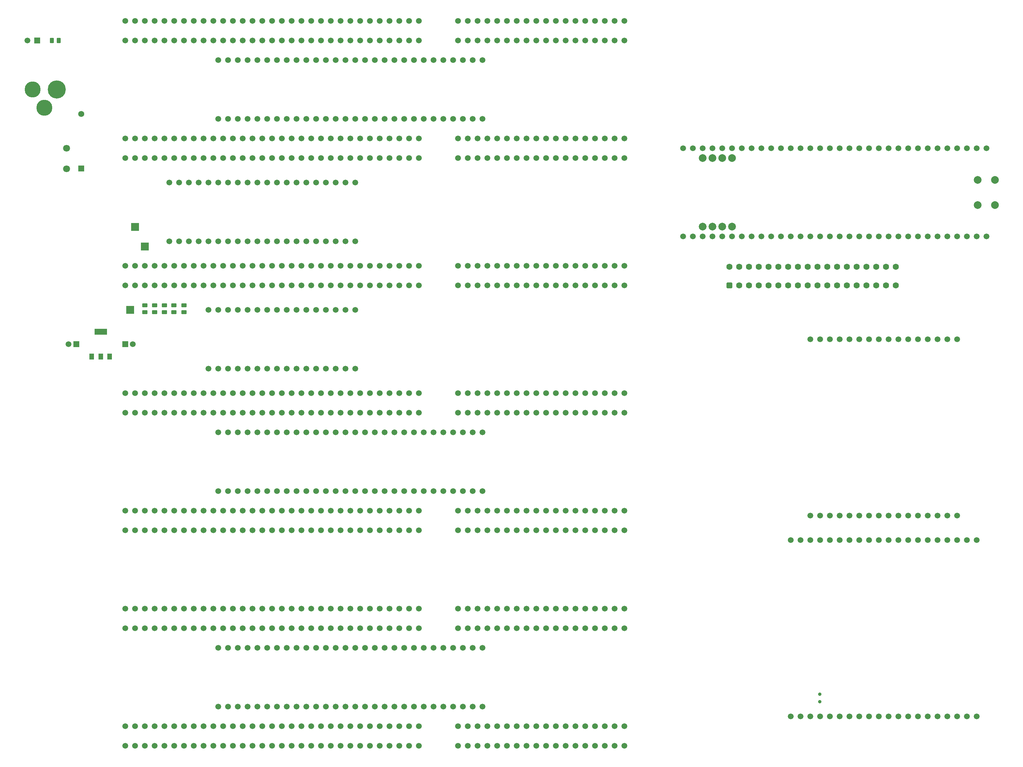
<source format=gts>
%TF.GenerationSoftware,KiCad,Pcbnew,8.0.4*%
%TF.CreationDate,2024-09-10T17:37:10+02:00*%
%TF.ProjectId,Mainboard Small,4d61696e-626f-4617-9264-20536d616c6c,rev?*%
%TF.SameCoordinates,PX2b9a1c0PY10f4d20*%
%TF.FileFunction,Soldermask,Top*%
%TF.FilePolarity,Negative*%
%FSLAX46Y46*%
G04 Gerber Fmt 4.6, Leading zero omitted, Abs format (unit mm)*
G04 Created by KiCad (PCBNEW 8.0.4) date 2024-09-10 17:37:10*
%MOMM*%
%LPD*%
G01*
G04 APERTURE LIST*
G04 Aperture macros list*
%AMRoundRect*
0 Rectangle with rounded corners*
0 $1 Rounding radius*
0 $2 $3 $4 $5 $6 $7 $8 $9 X,Y pos of 4 corners*
0 Add a 4 corners polygon primitive as box body*
4,1,4,$2,$3,$4,$5,$6,$7,$8,$9,$2,$3,0*
0 Add four circle primitives for the rounded corners*
1,1,$1+$1,$2,$3*
1,1,$1+$1,$4,$5*
1,1,$1+$1,$6,$7*
1,1,$1+$1,$8,$9*
0 Add four rect primitives between the rounded corners*
20,1,$1+$1,$2,$3,$4,$5,0*
20,1,$1+$1,$4,$5,$6,$7,0*
20,1,$1+$1,$6,$7,$8,$9,0*
20,1,$1+$1,$8,$9,$2,$3,0*%
G04 Aperture macros list end*
%ADD10RoundRect,0.250000X-0.450000X0.262500X-0.450000X-0.262500X0.450000X-0.262500X0.450000X0.262500X0*%
%ADD11R,3.300000X1.500000*%
%ADD12R,1.200000X1.500000*%
%ADD13C,1.600000*%
%ADD14RoundRect,0.400000X0.400000X0.400000X-0.400000X0.400000X-0.400000X-0.400000X0.400000X-0.400000X0*%
%ADD15C,1.500000*%
%ADD16C,4.150000*%
%ADD17C,4.700000*%
%ADD18C,0.900000*%
%ADD19RoundRect,0.250000X0.450000X-0.262500X0.450000X0.262500X-0.450000X0.262500X-0.450000X-0.262500X0*%
%ADD20R,2.000000X2.000000*%
%ADD21R,1.500000X1.500000*%
%ADD22C,2.000000*%
%ADD23RoundRect,0.250000X-0.262500X-0.450000X0.262500X-0.450000X0.262500X0.450000X-0.262500X0.450000X0*%
%ADD24C,1.575000*%
%ADD25R,1.575000X1.575000*%
%ADD26C,1.800000*%
G04 APERTURE END LIST*
D10*
%TO.C,R6*%
X15240000Y-75525000D03*
X15240000Y-73700000D03*
%TD*%
D11*
%TO.C,IC3*%
X-6350000Y-80620000D03*
D12*
X-4050000Y-87020000D03*
X-6350000Y-87020000D03*
X-8650000Y-87020000D03*
%TD*%
D13*
%TO.C,MPD0*%
X200025000Y-63729000D03*
X200025000Y-68580000D03*
X197485000Y-63729000D03*
X197485000Y-68580000D03*
X194945000Y-63729000D03*
X194945000Y-68580000D03*
X192405000Y-63729000D03*
X192405000Y-68580000D03*
X189865000Y-63729000D03*
X189865000Y-68580000D03*
X187325000Y-63729000D03*
X187325000Y-68580000D03*
X184785000Y-63729000D03*
X184785000Y-68580000D03*
X182245000Y-63729000D03*
X182245000Y-68580000D03*
X179705000Y-63729000D03*
X179705000Y-68580000D03*
X177165000Y-63729000D03*
X177165000Y-68580000D03*
X174625000Y-63729000D03*
X174625000Y-68580000D03*
X172085000Y-63729000D03*
X172085000Y-68580000D03*
X169545000Y-63729000D03*
X169545000Y-68580000D03*
X167005000Y-63729000D03*
X167005000Y-68580000D03*
X164465000Y-63729000D03*
X164465000Y-68580000D03*
X161925000Y-63729000D03*
X161925000Y-68580000D03*
X159385000Y-63729000D03*
X159385000Y-68580000D03*
X156845000Y-63729000D03*
D14*
X156845000Y-68580000D03*
%TD*%
D15*
%TO.C,DEV18*%
X129540000Y-132080000D03*
X127000000Y-132080000D03*
X124460000Y-132080000D03*
X121920000Y-132080000D03*
X119380000Y-132080000D03*
X116840000Y-132080000D03*
X114300000Y-132080000D03*
X111760000Y-132080000D03*
X109220000Y-132080000D03*
X106680000Y-132080000D03*
X104140000Y-132080000D03*
X101600000Y-132080000D03*
X99060000Y-132080000D03*
X96520000Y-132080000D03*
X93980000Y-132080000D03*
X91440000Y-132080000D03*
X88900000Y-132080000D03*
X86360000Y-132080000D03*
X129540000Y-127000000D03*
X127000000Y-127000000D03*
X124460000Y-127000000D03*
X121920000Y-127000000D03*
X119380000Y-127000000D03*
X116840000Y-127000000D03*
X114300000Y-127000000D03*
X111760000Y-127000000D03*
X109220000Y-127000000D03*
X106680000Y-127000000D03*
X104140000Y-127000000D03*
X101600000Y-127000000D03*
X99060000Y-127000000D03*
X96520000Y-127000000D03*
X93980000Y-127000000D03*
X91440000Y-127000000D03*
X88900000Y-127000000D03*
X86360000Y-127000000D03*
X76200000Y-132080000D03*
X73660000Y-132080000D03*
X71120000Y-132080000D03*
X68580000Y-132080000D03*
X66040000Y-132080000D03*
X63500000Y-132080000D03*
X60960000Y-132080000D03*
X58420000Y-132080000D03*
X55880000Y-132080000D03*
X53340000Y-132080000D03*
X50800000Y-132080000D03*
X48260000Y-132080000D03*
X45720000Y-132080000D03*
X43180000Y-132080000D03*
X40640000Y-132080000D03*
X38100000Y-132080000D03*
X35560000Y-132080000D03*
X33020000Y-132080000D03*
X30480000Y-132080000D03*
X27940000Y-132080000D03*
X25400000Y-132080000D03*
X22860000Y-132080000D03*
X20320000Y-132080000D03*
X17780000Y-132080000D03*
X15240000Y-132080000D03*
X12700000Y-132080000D03*
X10160000Y-132080000D03*
X7620000Y-132080000D03*
X5080000Y-132080000D03*
X2540000Y-132080000D03*
X0Y-132080000D03*
X76200000Y-127000000D03*
X73660000Y-127000000D03*
X71120000Y-127000000D03*
X68580000Y-127000000D03*
X66040000Y-127000000D03*
X63500000Y-127000000D03*
X60960000Y-127000000D03*
X58420000Y-127000000D03*
X55880000Y-127000000D03*
X53340000Y-127000000D03*
X50800000Y-127000000D03*
X48260000Y-127000000D03*
X45720000Y-127000000D03*
X43180000Y-127000000D03*
X40640000Y-127000000D03*
X38100000Y-127000000D03*
X35560000Y-127000000D03*
X33020000Y-127000000D03*
X30480000Y-127000000D03*
X27940000Y-127000000D03*
X25400000Y-127000000D03*
X22860000Y-127000000D03*
X20320000Y-127000000D03*
X17780000Y-127000000D03*
X15240000Y-127000000D03*
X12700000Y-127000000D03*
X10160000Y-127000000D03*
X7620000Y-127000000D03*
X5080000Y-127000000D03*
X2540000Y-127000000D03*
X0Y-127000000D03*
%TD*%
D16*
%TO.C,J3*%
X-23980000Y-17780000D03*
X-20980000Y-22480000D03*
D17*
X-17780000Y-17780000D03*
%TD*%
D15*
%TO.C,B1*%
X24130000Y-10160000D03*
X26670000Y-10160000D03*
X29210000Y-10160000D03*
X31750000Y-10160000D03*
X34290000Y-10160000D03*
X36830000Y-10160000D03*
X39370000Y-10160000D03*
X41910000Y-10160000D03*
X44450000Y-10160000D03*
X46990000Y-10160000D03*
X49530000Y-10160000D03*
X52070000Y-10160000D03*
X54610000Y-10160000D03*
X57150000Y-10160000D03*
X59690000Y-10160000D03*
X62230000Y-10160000D03*
X64770000Y-10160000D03*
X67310000Y-10160000D03*
X69850000Y-10160000D03*
X72390000Y-10160000D03*
X74930000Y-10160000D03*
X77470000Y-10160000D03*
X80010000Y-10160000D03*
X82550000Y-10160000D03*
X85090000Y-10160000D03*
X87630000Y-10160000D03*
X90170000Y-10160000D03*
X92710000Y-10160000D03*
X92710000Y-25400000D03*
X90170000Y-25400000D03*
X87630000Y-25400000D03*
X85090000Y-25400000D03*
X82550000Y-25400000D03*
X80010000Y-25400000D03*
X77470000Y-25400000D03*
X74930000Y-25400000D03*
X72390000Y-25400000D03*
X69850000Y-25400000D03*
X67310000Y-25400000D03*
X64770000Y-25400000D03*
X62230000Y-25400000D03*
X59690000Y-25400000D03*
X57150000Y-25400000D03*
X54610000Y-25400000D03*
X52070000Y-25400000D03*
X49530000Y-25400000D03*
X46990000Y-25400000D03*
X44450000Y-25400000D03*
X41910000Y-25400000D03*
X39370000Y-25400000D03*
X36830000Y-25400000D03*
X34290000Y-25400000D03*
X31750000Y-25400000D03*
X29210000Y-25400000D03*
X26670000Y-25400000D03*
X24130000Y-25400000D03*
%TD*%
%TO.C,B3*%
X24130000Y-162560000D03*
X26670000Y-162560000D03*
X29210000Y-162560000D03*
X31750000Y-162560000D03*
X34290000Y-162560000D03*
X36830000Y-162560000D03*
X39370000Y-162560000D03*
X41910000Y-162560000D03*
X44450000Y-162560000D03*
X46990000Y-162560000D03*
X49530000Y-162560000D03*
X52070000Y-162560000D03*
X54610000Y-162560000D03*
X57150000Y-162560000D03*
X59690000Y-162560000D03*
X62230000Y-162560000D03*
X64770000Y-162560000D03*
X67310000Y-162560000D03*
X69850000Y-162560000D03*
X72390000Y-162560000D03*
X74930000Y-162560000D03*
X77470000Y-162560000D03*
X80010000Y-162560000D03*
X82550000Y-162560000D03*
X85090000Y-162560000D03*
X87630000Y-162560000D03*
X90170000Y-162560000D03*
X92710000Y-162560000D03*
X92710000Y-177800000D03*
X90170000Y-177800000D03*
X87630000Y-177800000D03*
X85090000Y-177800000D03*
X82550000Y-177800000D03*
X80010000Y-177800000D03*
X77470000Y-177800000D03*
X74930000Y-177800000D03*
X72390000Y-177800000D03*
X69850000Y-177800000D03*
X67310000Y-177800000D03*
X64770000Y-177800000D03*
X62230000Y-177800000D03*
X59690000Y-177800000D03*
X57150000Y-177800000D03*
X54610000Y-177800000D03*
X52070000Y-177800000D03*
X49530000Y-177800000D03*
X46990000Y-177800000D03*
X44450000Y-177800000D03*
X41910000Y-177800000D03*
X39370000Y-177800000D03*
X36830000Y-177800000D03*
X34290000Y-177800000D03*
X31750000Y-177800000D03*
X29210000Y-177800000D03*
X26670000Y-177800000D03*
X24130000Y-177800000D03*
%TD*%
%TO.C,B6*%
X172720000Y-134620000D03*
X175260000Y-134620000D03*
X177800000Y-134620000D03*
X180340000Y-134620000D03*
X182880000Y-134620000D03*
X185420000Y-134620000D03*
X187960000Y-134620000D03*
X190500000Y-134620000D03*
X193040000Y-134620000D03*
X195580000Y-134620000D03*
X198120000Y-134620000D03*
X200660000Y-134620000D03*
X203200000Y-134620000D03*
X205740000Y-134620000D03*
X208280000Y-134620000D03*
X210820000Y-134620000D03*
X213360000Y-134620000D03*
X215900000Y-134620000D03*
X218440000Y-134620000D03*
X220980000Y-134620000D03*
X220980000Y-180340000D03*
X218440000Y-180340000D03*
X215900000Y-180340000D03*
X213360000Y-180340000D03*
X210820000Y-180340000D03*
X208280000Y-180340000D03*
X205740000Y-180340000D03*
X203200000Y-180340000D03*
X200660000Y-180340000D03*
X198120000Y-180340000D03*
X195580000Y-180340000D03*
X193040000Y-180340000D03*
X190500000Y-180340000D03*
X187960000Y-180340000D03*
X185420000Y-180340000D03*
X182880000Y-180340000D03*
X180340000Y-180340000D03*
X177800000Y-180340000D03*
X175260000Y-180340000D03*
X172720000Y-180340000D03*
D18*
X180315000Y-174555400D03*
X180315000Y-176555400D03*
%TD*%
D19*
%TO.C,R2*%
X7620000Y-73700000D03*
X7620000Y-75525000D03*
%TD*%
D10*
%TO.C,R1*%
X5080000Y-75525000D03*
X5080000Y-73700000D03*
%TD*%
%TO.C,R4*%
X10180000Y-75525000D03*
X10180000Y-73700000D03*
%TD*%
D20*
%TO.C,TP2*%
X5080000Y-58460000D03*
%TD*%
D15*
%TO.C,C4*%
X2000000Y-83820000D03*
D21*
X0Y-83820000D03*
%TD*%
D15*
%TO.C,B7*%
X177800001Y-82550000D03*
X180340001Y-82550000D03*
X182880001Y-82550000D03*
X185420001Y-82550000D03*
X187960001Y-82550000D03*
X190500001Y-82550000D03*
X193040001Y-82550000D03*
X195580001Y-82550000D03*
X198120001Y-82550000D03*
X200660001Y-82550000D03*
X203200001Y-82550000D03*
X205740001Y-82550000D03*
X208280001Y-82550000D03*
X210820001Y-82550000D03*
X213360001Y-82550000D03*
X215900001Y-82550000D03*
X215900001Y-128270000D03*
X213360001Y-128270000D03*
X210820001Y-128270000D03*
X208280001Y-128270000D03*
X205740001Y-128270000D03*
X203200001Y-128270000D03*
X200660001Y-128270000D03*
X198120001Y-128270000D03*
X195580001Y-128270000D03*
X193040001Y-128270000D03*
X190500001Y-128270000D03*
X187960001Y-128270000D03*
X185420001Y-128270000D03*
X182880001Y-128270000D03*
X180340001Y-128270000D03*
X177800001Y-128270000D03*
%TD*%
D19*
%TO.C,R5*%
X12680000Y-73700000D03*
X12680000Y-75525000D03*
%TD*%
D20*
%TO.C,TP1*%
X2540000Y-53380000D03*
%TD*%
D15*
%TO.C,DEV16*%
X129540000Y-5080000D03*
X127000000Y-5080000D03*
X124460000Y-5080000D03*
X121920000Y-5080000D03*
X119380000Y-5080000D03*
X116840000Y-5080000D03*
X114300000Y-5080000D03*
X111760000Y-5080000D03*
X109220000Y-5080000D03*
X106680000Y-5080000D03*
X104140000Y-5080000D03*
X101600000Y-5080000D03*
X99060000Y-5080000D03*
X96520000Y-5080000D03*
X93980000Y-5080000D03*
X91440000Y-5080000D03*
X88900000Y-5080000D03*
X86360000Y-5080000D03*
X129540000Y0D03*
X127000000Y0D03*
X124460000Y0D03*
X121920000Y0D03*
X119380000Y0D03*
X116840000Y0D03*
X114300000Y0D03*
X111760000Y0D03*
X109220000Y0D03*
X106680000Y0D03*
X104140000Y0D03*
X101600000Y0D03*
X99060000Y0D03*
X96520000Y0D03*
X93980000Y0D03*
X91440000Y0D03*
X88900000Y0D03*
X86360000Y0D03*
X76200000Y-5080000D03*
X73660000Y-5080000D03*
X71120000Y-5080000D03*
X68580000Y-5080000D03*
X66040000Y-5080000D03*
X63500000Y-5080000D03*
X60960000Y-5080000D03*
X58420000Y-5080000D03*
X55880000Y-5080000D03*
X53340000Y-5080000D03*
X50800000Y-5080000D03*
X48260000Y-5080000D03*
X45720000Y-5080000D03*
X43180000Y-5080000D03*
X40640000Y-5080000D03*
X38100000Y-5080000D03*
X35560000Y-5080000D03*
X33020000Y-5080000D03*
X30480000Y-5080000D03*
X27940000Y-5080000D03*
X25400000Y-5080000D03*
X22860000Y-5080000D03*
X20320000Y-5080000D03*
X17780000Y-5080000D03*
X15240000Y-5080000D03*
X12700000Y-5080000D03*
X10160000Y-5080000D03*
X7620000Y-5080000D03*
X5080000Y-5080000D03*
X2540000Y-5080000D03*
X0Y-5080000D03*
X76200000Y0D03*
X73660000Y0D03*
X71120000Y0D03*
X68580000Y0D03*
X66040000Y0D03*
X63500000Y0D03*
X60960000Y0D03*
X58420000Y0D03*
X55880000Y0D03*
X53340000Y0D03*
X50800000Y0D03*
X48260000Y0D03*
X45720000Y0D03*
X43180000Y0D03*
X40640000Y0D03*
X38100000Y0D03*
X35560000Y0D03*
X33020000Y0D03*
X30480000Y0D03*
X27940000Y0D03*
X25400000Y0D03*
X22860000Y0D03*
X20320000Y0D03*
X17780000Y0D03*
X15240000Y0D03*
X12700000Y0D03*
X10160000Y0D03*
X7620000Y0D03*
X5080000Y0D03*
X2540000Y0D03*
X0Y0D03*
%TD*%
%TO.C,B12*%
X144780000Y-33020000D03*
X147320000Y-33020000D03*
X149860000Y-33020000D03*
X152400000Y-33020000D03*
X154940000Y-33020000D03*
X157480000Y-33020000D03*
X160020000Y-33020000D03*
X162560000Y-33020000D03*
X165100000Y-33020000D03*
X167640000Y-33020000D03*
X170180000Y-33020000D03*
X172720000Y-33020000D03*
X175260000Y-33020000D03*
X177800000Y-33020000D03*
X180340000Y-33020000D03*
X182880000Y-33020000D03*
X185420000Y-33020000D03*
X187960000Y-33020000D03*
X190500000Y-33020000D03*
X193040000Y-33020000D03*
X195580000Y-33020000D03*
X198120000Y-33020000D03*
X200660000Y-33020000D03*
X203200000Y-33020000D03*
X205740000Y-33020000D03*
X208280000Y-33020000D03*
X210820000Y-33020000D03*
X213360000Y-33020000D03*
X215900000Y-33020000D03*
X218440000Y-33020000D03*
X220980000Y-33020000D03*
X223520000Y-33020000D03*
X223520000Y-55880000D03*
X220980000Y-55880000D03*
X218440000Y-55880000D03*
X215900000Y-55880000D03*
X213360000Y-55880000D03*
X210820000Y-55880000D03*
X208280000Y-55880000D03*
X205740000Y-55880000D03*
X203200000Y-55880000D03*
X200660000Y-55880000D03*
X198120000Y-55880000D03*
X195580000Y-55880000D03*
X193040000Y-55880000D03*
X190500000Y-55880000D03*
X187960000Y-55880000D03*
X185420000Y-55880000D03*
X182880000Y-55880000D03*
X180340000Y-55880000D03*
X177800000Y-55880000D03*
X175260000Y-55880000D03*
X172720000Y-55880000D03*
X170180000Y-55880000D03*
X167640000Y-55880000D03*
X165100000Y-55880000D03*
X162560000Y-55880000D03*
X160020000Y-55880000D03*
X157480000Y-55880000D03*
X154940000Y-55880000D03*
X152400000Y-55880000D03*
X149860000Y-55880000D03*
X147320000Y-55880000D03*
X144780000Y-55880000D03*
D22*
X157480000Y-35560000D03*
X154940000Y-35560000D03*
X152400000Y-35560000D03*
X149860000Y-35560000D03*
X225770000Y-41200000D03*
X221270000Y-41200000D03*
X225770000Y-47700000D03*
X221270000Y-47700000D03*
X157480000Y-53340000D03*
X154940000Y-53340000D03*
X152400000Y-53340000D03*
X149860000Y-53340000D03*
%TD*%
D15*
%TO.C,LED2*%
X-25400000Y-5080000D03*
D21*
X-22860000Y-5080000D03*
%TD*%
D15*
%TO.C,C3*%
X-14700000Y-83820000D03*
D21*
X-12700000Y-83820000D03*
%TD*%
D23*
%TO.C,R3*%
X-17225000Y-5080000D03*
X-19050000Y-5080000D03*
%TD*%
D15*
%TO.C,DEV4*%
X129540000Y-157480000D03*
X127000000Y-157480000D03*
X124460000Y-157480000D03*
X121920000Y-157480000D03*
X119380000Y-157480000D03*
X116840000Y-157480000D03*
X114300000Y-157480000D03*
X111760000Y-157480000D03*
X109220000Y-157480000D03*
X106680000Y-157480000D03*
X104140000Y-157480000D03*
X101600000Y-157480000D03*
X99060000Y-157480000D03*
X96520000Y-157480000D03*
X93980000Y-157480000D03*
X91440000Y-157480000D03*
X88900000Y-157480000D03*
X86360000Y-157480000D03*
X129540000Y-152400000D03*
X127000000Y-152400000D03*
X124460000Y-152400000D03*
X121920000Y-152400000D03*
X119380000Y-152400000D03*
X116840000Y-152400000D03*
X114300000Y-152400000D03*
X111760000Y-152400000D03*
X109220000Y-152400000D03*
X106680000Y-152400000D03*
X104140000Y-152400000D03*
X101600000Y-152400000D03*
X99060000Y-152400000D03*
X96520000Y-152400000D03*
X93980000Y-152400000D03*
X91440000Y-152400000D03*
X88900000Y-152400000D03*
X86360000Y-152400000D03*
X76200000Y-157480000D03*
X73660000Y-157480000D03*
X71120000Y-157480000D03*
X68580000Y-157480000D03*
X66040000Y-157480000D03*
X63500000Y-157480000D03*
X60960000Y-157480000D03*
X58420000Y-157480000D03*
X55880000Y-157480000D03*
X53340000Y-157480000D03*
X50800000Y-157480000D03*
X48260000Y-157480000D03*
X45720000Y-157480000D03*
X43180000Y-157480000D03*
X40640000Y-157480000D03*
X38100000Y-157480000D03*
X35560000Y-157480000D03*
X33020000Y-157480000D03*
X30480000Y-157480000D03*
X27940000Y-157480000D03*
X25400000Y-157480000D03*
X22860000Y-157480000D03*
X20320000Y-157480000D03*
X17780000Y-157480000D03*
X15240000Y-157480000D03*
X12700000Y-157480000D03*
X10160000Y-157480000D03*
X7620000Y-157480000D03*
X5080000Y-157480000D03*
X2540000Y-157480000D03*
X0Y-157480000D03*
X76200000Y-152400000D03*
X73660000Y-152400000D03*
X71120000Y-152400000D03*
X68580000Y-152400000D03*
X66040000Y-152400000D03*
X63500000Y-152400000D03*
X60960000Y-152400000D03*
X58420000Y-152400000D03*
X55880000Y-152400000D03*
X53340000Y-152400000D03*
X50800000Y-152400000D03*
X48260000Y-152400000D03*
X45720000Y-152400000D03*
X43180000Y-152400000D03*
X40640000Y-152400000D03*
X38100000Y-152400000D03*
X35560000Y-152400000D03*
X33020000Y-152400000D03*
X30480000Y-152400000D03*
X27940000Y-152400000D03*
X25400000Y-152400000D03*
X22860000Y-152400000D03*
X20320000Y-152400000D03*
X17780000Y-152400000D03*
X15240000Y-152400000D03*
X12700000Y-152400000D03*
X10160000Y-152400000D03*
X7620000Y-152400000D03*
X5080000Y-152400000D03*
X2540000Y-152400000D03*
X0Y-152400000D03*
%TD*%
%TO.C,DEV3*%
X129540000Y-187960000D03*
X127000000Y-187960000D03*
X124460000Y-187960000D03*
X121920000Y-187960000D03*
X119380000Y-187960000D03*
X116840000Y-187960000D03*
X114300000Y-187960000D03*
X111760000Y-187960000D03*
X109220000Y-187960000D03*
X106680000Y-187960000D03*
X104140000Y-187960000D03*
X101600000Y-187960000D03*
X99060000Y-187960000D03*
X96520000Y-187960000D03*
X93980000Y-187960000D03*
X91440000Y-187960000D03*
X88900000Y-187960000D03*
X86360000Y-187960000D03*
X129540000Y-182880000D03*
X127000000Y-182880000D03*
X124460000Y-182880000D03*
X121920000Y-182880000D03*
X119380000Y-182880000D03*
X116840000Y-182880000D03*
X114300000Y-182880000D03*
X111760000Y-182880000D03*
X109220000Y-182880000D03*
X106680000Y-182880000D03*
X104140000Y-182880000D03*
X101600000Y-182880000D03*
X99060000Y-182880000D03*
X96520000Y-182880000D03*
X93980000Y-182880000D03*
X91440000Y-182880000D03*
X88900000Y-182880000D03*
X86360000Y-182880000D03*
X76200000Y-187960000D03*
X73660000Y-187960000D03*
X71120000Y-187960000D03*
X68580000Y-187960000D03*
X66040000Y-187960000D03*
X63500000Y-187960000D03*
X60960000Y-187960000D03*
X58420000Y-187960000D03*
X55880000Y-187960000D03*
X53340000Y-187960000D03*
X50800000Y-187960000D03*
X48260000Y-187960000D03*
X45720000Y-187960000D03*
X43180000Y-187960000D03*
X40640000Y-187960000D03*
X38100000Y-187960000D03*
X35560000Y-187960000D03*
X33020000Y-187960000D03*
X30480000Y-187960000D03*
X27940000Y-187960000D03*
X25400000Y-187960000D03*
X22860000Y-187960000D03*
X20320000Y-187960000D03*
X17780000Y-187960000D03*
X15240000Y-187960000D03*
X12700000Y-187960000D03*
X10160000Y-187960000D03*
X7620000Y-187960000D03*
X5080000Y-187960000D03*
X2540000Y-187960000D03*
X0Y-187960000D03*
X76200000Y-182880000D03*
X73660000Y-182880000D03*
X71120000Y-182880000D03*
X68580000Y-182880000D03*
X66040000Y-182880000D03*
X63500000Y-182880000D03*
X60960000Y-182880000D03*
X58420000Y-182880000D03*
X55880000Y-182880000D03*
X53340000Y-182880000D03*
X50800000Y-182880000D03*
X48260000Y-182880000D03*
X45720000Y-182880000D03*
X43180000Y-182880000D03*
X40640000Y-182880000D03*
X38100000Y-182880000D03*
X35560000Y-182880000D03*
X33020000Y-182880000D03*
X30480000Y-182880000D03*
X27940000Y-182880000D03*
X25400000Y-182880000D03*
X22860000Y-182880000D03*
X20320000Y-182880000D03*
X17780000Y-182880000D03*
X15240000Y-182880000D03*
X12700000Y-182880000D03*
X10160000Y-182880000D03*
X7620000Y-182880000D03*
X5080000Y-182880000D03*
X2540000Y-182880000D03*
X0Y-182880000D03*
%TD*%
%TO.C,MPU0*%
X129540000Y-68580000D03*
X127000000Y-68580000D03*
X124460000Y-68580000D03*
X121920000Y-68580000D03*
X119380000Y-68580000D03*
X116840000Y-68580000D03*
X114300000Y-68580000D03*
X111760000Y-68580000D03*
X109220000Y-68580000D03*
X106680000Y-68580000D03*
X104140000Y-68580000D03*
X101600000Y-68580000D03*
X99060000Y-68580000D03*
X96520000Y-68580000D03*
X93980000Y-68580000D03*
X91440000Y-68580000D03*
X88900000Y-68580000D03*
X86360000Y-68580000D03*
X129540000Y-63500000D03*
X127000000Y-63500000D03*
X124460000Y-63500000D03*
X121920000Y-63500000D03*
X119380000Y-63500000D03*
X116840000Y-63500000D03*
X114300000Y-63500000D03*
X111760000Y-63500000D03*
X109220000Y-63500000D03*
X106680000Y-63500000D03*
X104140000Y-63500000D03*
X101600000Y-63500000D03*
X99060000Y-63500000D03*
X96520000Y-63500000D03*
X93980000Y-63500000D03*
X91440000Y-63500000D03*
X88900000Y-63500000D03*
X86360000Y-63500000D03*
X76200000Y-68580000D03*
X73660000Y-68580000D03*
X71120000Y-68580000D03*
X68580000Y-68580000D03*
X66040000Y-68580000D03*
X63500000Y-68580000D03*
X60960000Y-68580000D03*
X58420000Y-68580000D03*
X55880000Y-68580000D03*
X53340000Y-68580000D03*
X50800000Y-68580000D03*
X48260000Y-68580000D03*
X45720000Y-68580000D03*
X43180000Y-68580000D03*
X40640000Y-68580000D03*
X38100000Y-68580000D03*
X35560000Y-68580000D03*
X33020000Y-68580000D03*
X30480000Y-68580000D03*
X27940000Y-68580000D03*
X25400000Y-68580000D03*
X22860000Y-68580000D03*
X20320000Y-68580000D03*
X17780000Y-68580000D03*
X15240000Y-68580000D03*
X12700000Y-68580000D03*
X10160000Y-68580000D03*
X7620000Y-68580000D03*
X5080000Y-68580000D03*
X2540000Y-68580000D03*
X0Y-68580000D03*
X76200000Y-63500000D03*
X73660000Y-63500000D03*
X71120000Y-63500000D03*
X68580000Y-63500000D03*
X66040000Y-63500000D03*
X63500000Y-63500000D03*
X60960000Y-63500000D03*
X58420000Y-63500000D03*
X55880000Y-63500000D03*
X53340000Y-63500000D03*
X50800000Y-63500000D03*
X48260000Y-63500000D03*
X45720000Y-63500000D03*
X43180000Y-63500000D03*
X40640000Y-63500000D03*
X38100000Y-63500000D03*
X35560000Y-63500000D03*
X33020000Y-63500000D03*
X30480000Y-63500000D03*
X27940000Y-63500000D03*
X25400000Y-63500000D03*
X22860000Y-63500000D03*
X20320000Y-63500000D03*
X17780000Y-63500000D03*
X15240000Y-63500000D03*
X12700000Y-63500000D03*
X10160000Y-63500000D03*
X7620000Y-63500000D03*
X5080000Y-63500000D03*
X2540000Y-63500000D03*
X0Y-63500000D03*
%TD*%
D20*
%TO.C,TP3*%
X1270000Y-74930000D03*
%TD*%
D15*
%TO.C,DEV17*%
X129540000Y-35560000D03*
X127000000Y-35560000D03*
X124460000Y-35560000D03*
X121920000Y-35560000D03*
X119380000Y-35560000D03*
X116840000Y-35560000D03*
X114300000Y-35560000D03*
X111760000Y-35560000D03*
X109220000Y-35560000D03*
X106680000Y-35560000D03*
X104140000Y-35560000D03*
X101600000Y-35560000D03*
X99060000Y-35560000D03*
X96520000Y-35560000D03*
X93980000Y-35560000D03*
X91440000Y-35560000D03*
X88900000Y-35560000D03*
X86360000Y-35560000D03*
X129540000Y-30480000D03*
X127000000Y-30480000D03*
X124460000Y-30480000D03*
X121920000Y-30480000D03*
X119380000Y-30480000D03*
X116840000Y-30480000D03*
X114300000Y-30480000D03*
X111760000Y-30480000D03*
X109220000Y-30480000D03*
X106680000Y-30480000D03*
X104140000Y-30480000D03*
X101600000Y-30480000D03*
X99060000Y-30480000D03*
X96520000Y-30480000D03*
X93980000Y-30480000D03*
X91440000Y-30480000D03*
X88900000Y-30480000D03*
X86360000Y-30480000D03*
X76200000Y-35560000D03*
X73660000Y-35560000D03*
X71120000Y-35560000D03*
X68580000Y-35560000D03*
X66040000Y-35560000D03*
X63500000Y-35560000D03*
X60960000Y-35560000D03*
X58420000Y-35560000D03*
X55880000Y-35560000D03*
X53340000Y-35560000D03*
X50800000Y-35560000D03*
X48260000Y-35560000D03*
X45720000Y-35560000D03*
X43180000Y-35560000D03*
X40640000Y-35560000D03*
X38100000Y-35560000D03*
X35560000Y-35560000D03*
X33020000Y-35560000D03*
X30480000Y-35560000D03*
X27940000Y-35560000D03*
X25400000Y-35560000D03*
X22860000Y-35560000D03*
X20320000Y-35560000D03*
X17780000Y-35560000D03*
X15240000Y-35560000D03*
X12700000Y-35560000D03*
X10160000Y-35560000D03*
X7620000Y-35560000D03*
X5080000Y-35560000D03*
X2540000Y-35560000D03*
X0Y-35560000D03*
X76200000Y-30480000D03*
X73660000Y-30480000D03*
X71120000Y-30480000D03*
X68580000Y-30480000D03*
X66040000Y-30480000D03*
X63500000Y-30480000D03*
X60960000Y-30480000D03*
X58420000Y-30480000D03*
X55880000Y-30480000D03*
X53340000Y-30480000D03*
X50800000Y-30480000D03*
X48260000Y-30480000D03*
X45720000Y-30480000D03*
X43180000Y-30480000D03*
X40640000Y-30480000D03*
X38100000Y-30480000D03*
X35560000Y-30480000D03*
X33020000Y-30480000D03*
X30480000Y-30480000D03*
X27940000Y-30480000D03*
X25400000Y-30480000D03*
X22860000Y-30480000D03*
X20320000Y-30480000D03*
X17780000Y-30480000D03*
X15240000Y-30480000D03*
X12700000Y-30480000D03*
X10160000Y-30480000D03*
X7620000Y-30480000D03*
X5080000Y-30480000D03*
X2540000Y-30480000D03*
X0Y-30480000D03*
%TD*%
D24*
%TO.C,D1*%
X-11430000Y-24130000D03*
D25*
X-11430000Y-38230000D03*
%TD*%
D15*
%TO.C,B4*%
X11430000Y-41910000D03*
X13970000Y-41910000D03*
X16510000Y-41910000D03*
X19050000Y-41910000D03*
X21590000Y-41910000D03*
X24130000Y-41910000D03*
X26670000Y-41910000D03*
X29210000Y-41910000D03*
X31750000Y-41910000D03*
X34290000Y-41910000D03*
X36830000Y-41910000D03*
X39370000Y-41910000D03*
X41910000Y-41910000D03*
X44450000Y-41910000D03*
X46990000Y-41910000D03*
X49530000Y-41910000D03*
X52070000Y-41910000D03*
X54610000Y-41910000D03*
X57150000Y-41910000D03*
X59690000Y-41910000D03*
X59690000Y-57150000D03*
X57150000Y-57150000D03*
X54610000Y-57150000D03*
X52070000Y-57150000D03*
X49530000Y-57150000D03*
X46990000Y-57150000D03*
X44450000Y-57150000D03*
X41910000Y-57150000D03*
X39370000Y-57150000D03*
X36830000Y-57150000D03*
X34290000Y-57150000D03*
X31750000Y-57150000D03*
X29210000Y-57150000D03*
X26670000Y-57150000D03*
X24130000Y-57150000D03*
X21590000Y-57150000D03*
X19050000Y-57150000D03*
X16510000Y-57150000D03*
X13970000Y-57150000D03*
X11430000Y-57150000D03*
%TD*%
D26*
%TO.C,S1*%
X-15240000Y-33020000D03*
X-15240000Y-38320000D03*
%TD*%
D15*
%TO.C,B2*%
X24130000Y-106680000D03*
X26670000Y-106680000D03*
X29210000Y-106680000D03*
X31750000Y-106680000D03*
X34290000Y-106680000D03*
X36830000Y-106680000D03*
X39370000Y-106680000D03*
X41910000Y-106680000D03*
X44450000Y-106680000D03*
X46990000Y-106680000D03*
X49530000Y-106680000D03*
X52070000Y-106680000D03*
X54610000Y-106680000D03*
X57150000Y-106680000D03*
X59690000Y-106680000D03*
X62230000Y-106680000D03*
X64770000Y-106680000D03*
X67310000Y-106680000D03*
X69850000Y-106680000D03*
X72390000Y-106680000D03*
X74930000Y-106680000D03*
X77470000Y-106680000D03*
X80010000Y-106680000D03*
X82550000Y-106680000D03*
X85090000Y-106680000D03*
X87630000Y-106680000D03*
X90170000Y-106680000D03*
X92710000Y-106680000D03*
X92710000Y-121920000D03*
X90170000Y-121920000D03*
X87630000Y-121920000D03*
X85090000Y-121920000D03*
X82550000Y-121920000D03*
X80010000Y-121920000D03*
X77470000Y-121920000D03*
X74930000Y-121920000D03*
X72390000Y-121920000D03*
X69850000Y-121920000D03*
X67310000Y-121920000D03*
X64770000Y-121920000D03*
X62230000Y-121920000D03*
X59690000Y-121920000D03*
X57150000Y-121920000D03*
X54610000Y-121920000D03*
X52070000Y-121920000D03*
X49530000Y-121920000D03*
X46990000Y-121920000D03*
X44450000Y-121920000D03*
X41910000Y-121920000D03*
X39370000Y-121920000D03*
X36830000Y-121920000D03*
X34290000Y-121920000D03*
X31750000Y-121920000D03*
X29210000Y-121920000D03*
X26670000Y-121920000D03*
X24130000Y-121920000D03*
%TD*%
%TO.C,DEV19*%
X129540000Y-101600000D03*
X127000000Y-101600000D03*
X124460000Y-101600000D03*
X121920000Y-101600000D03*
X119380000Y-101600000D03*
X116840000Y-101600000D03*
X114300000Y-101600000D03*
X111760000Y-101600000D03*
X109220000Y-101600000D03*
X106680000Y-101600000D03*
X104140000Y-101600000D03*
X101600000Y-101600000D03*
X99060000Y-101600000D03*
X96520000Y-101600000D03*
X93980000Y-101600000D03*
X91440000Y-101600000D03*
X88900000Y-101600000D03*
X86360000Y-101600000D03*
X129540000Y-96520000D03*
X127000000Y-96520000D03*
X124460000Y-96520000D03*
X121920000Y-96520000D03*
X119380000Y-96520000D03*
X116840000Y-96520000D03*
X114300000Y-96520000D03*
X111760000Y-96520000D03*
X109220000Y-96520000D03*
X106680000Y-96520000D03*
X104140000Y-96520000D03*
X101600000Y-96520000D03*
X99060000Y-96520000D03*
X96520000Y-96520000D03*
X93980000Y-96520000D03*
X91440000Y-96520000D03*
X88900000Y-96520000D03*
X86360000Y-96520000D03*
X76200000Y-101600000D03*
X73660000Y-101600000D03*
X71120000Y-101600000D03*
X68580000Y-101600000D03*
X66040000Y-101600000D03*
X63500000Y-101600000D03*
X60960000Y-101600000D03*
X58420000Y-101600000D03*
X55880000Y-101600000D03*
X53340000Y-101600000D03*
X50800000Y-101600000D03*
X48260000Y-101600000D03*
X45720000Y-101600000D03*
X43180000Y-101600000D03*
X40640000Y-101600000D03*
X38100000Y-101600000D03*
X35560000Y-101600000D03*
X33020000Y-101600000D03*
X30480000Y-101600000D03*
X27940000Y-101600000D03*
X25400000Y-101600000D03*
X22860000Y-101600000D03*
X20320000Y-101600000D03*
X17780000Y-101600000D03*
X15240000Y-101600000D03*
X12700000Y-101600000D03*
X10160000Y-101600000D03*
X7620000Y-101600000D03*
X5080000Y-101600000D03*
X2540000Y-101600000D03*
X0Y-101600000D03*
X76200000Y-96520000D03*
X73660000Y-96520000D03*
X71120000Y-96520000D03*
X68580000Y-96520000D03*
X66040000Y-96520000D03*
X63500000Y-96520000D03*
X60960000Y-96520000D03*
X58420000Y-96520000D03*
X55880000Y-96520000D03*
X53340000Y-96520000D03*
X50800000Y-96520000D03*
X48260000Y-96520000D03*
X45720000Y-96520000D03*
X43180000Y-96520000D03*
X40640000Y-96520000D03*
X38100000Y-96520000D03*
X35560000Y-96520000D03*
X33020000Y-96520000D03*
X30480000Y-96520000D03*
X27940000Y-96520000D03*
X25400000Y-96520000D03*
X22860000Y-96520000D03*
X20320000Y-96520000D03*
X17780000Y-96520000D03*
X15240000Y-96520000D03*
X12700000Y-96520000D03*
X10160000Y-96520000D03*
X7620000Y-96520000D03*
X5080000Y-96520000D03*
X2540000Y-96520000D03*
X0Y-96520000D03*
%TD*%
%TO.C,B5*%
X21590000Y-74930000D03*
X24130000Y-74930000D03*
X26670000Y-74930000D03*
X29210000Y-74930000D03*
X31750000Y-74930000D03*
X34290000Y-74930000D03*
X36830000Y-74930000D03*
X39370000Y-74930000D03*
X41910000Y-74930000D03*
X44450000Y-74930000D03*
X46990000Y-74930000D03*
X49530000Y-74930000D03*
X52070000Y-74930000D03*
X54610000Y-74930000D03*
X57150000Y-74930000D03*
X59690000Y-74930000D03*
X59690000Y-90170000D03*
X57150000Y-90170000D03*
X54610000Y-90170000D03*
X52070000Y-90170000D03*
X49530000Y-90170000D03*
X46990000Y-90170000D03*
X44450000Y-90170000D03*
X41910000Y-90170000D03*
X39370000Y-90170000D03*
X36830000Y-90170000D03*
X34290000Y-90170000D03*
X31750000Y-90170000D03*
X29210000Y-90170000D03*
X26670000Y-90170000D03*
X24130000Y-90170000D03*
X21590000Y-90170000D03*
%TD*%
M02*

</source>
